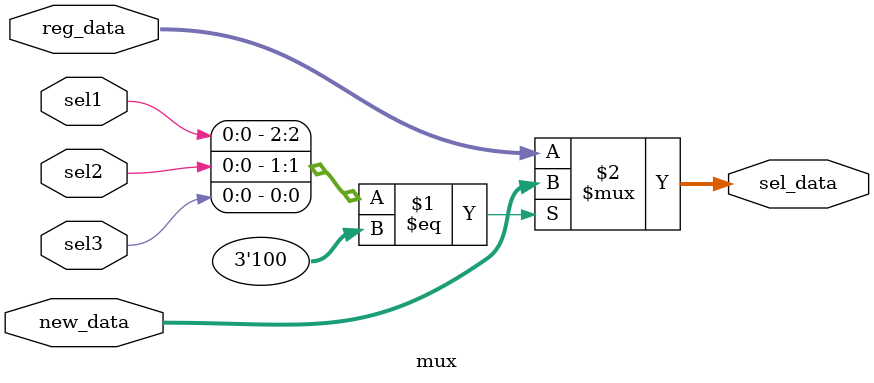
<source format=v>
module mux(
    reg_data,
    new_data,
    sel1,
    sel2,
    sel3,
    sel_data
);

input [7:0] reg_data;
input [7:0] new_data;
input sel1;
input sel2;
input sel3;

output [7:0] sel_data;

assign sel_data = ({sel1, sel2, sel3} == 3'b100) ? new_data : reg_data;

endmodule
</source>
